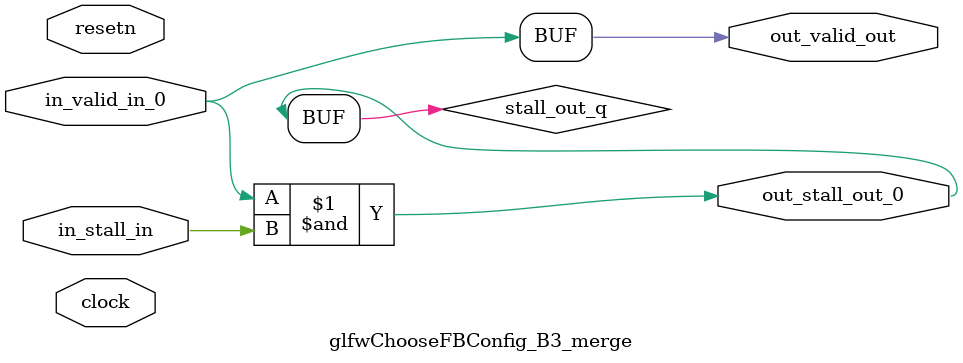
<source format=sv>



(* altera_attribute = "-name AUTO_SHIFT_REGISTER_RECOGNITION OFF; -name MESSAGE_DISABLE 10036; -name MESSAGE_DISABLE 10037; -name MESSAGE_DISABLE 14130; -name MESSAGE_DISABLE 14320; -name MESSAGE_DISABLE 15400; -name MESSAGE_DISABLE 14130; -name MESSAGE_DISABLE 10036; -name MESSAGE_DISABLE 12020; -name MESSAGE_DISABLE 12030; -name MESSAGE_DISABLE 12010; -name MESSAGE_DISABLE 12110; -name MESSAGE_DISABLE 14320; -name MESSAGE_DISABLE 13410; -name MESSAGE_DISABLE 113007; -name MESSAGE_DISABLE 10958" *)
module glfwChooseFBConfig_B3_merge (
    input wire [0:0] in_stall_in,
    input wire [0:0] in_valid_in_0,
    output wire [0:0] out_stall_out_0,
    output wire [0:0] out_valid_out,
    input wire clock,
    input wire resetn
    );

    wire [0:0] stall_out_q;


    // stall_out(LOGICAL,6)
    assign stall_out_q = in_valid_in_0 & in_stall_in;

    // out_stall_out_0(GPOUT,4)
    assign out_stall_out_0 = stall_out_q;

    // out_valid_out(GPOUT,5)
    assign out_valid_out = in_valid_in_0;

endmodule

</source>
